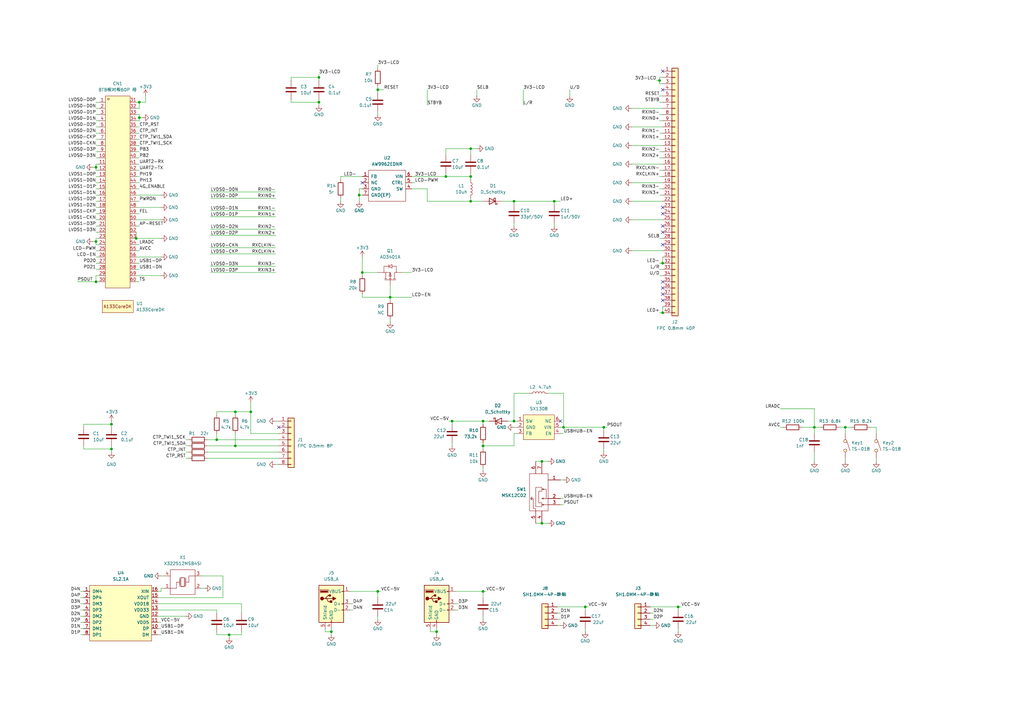
<source format=kicad_sch>
(kicad_sch (version 20211123) (generator eeschema)
  (paper "A3")
  (junction (at 346.71 175.26))
  (junction (at 93.98 260.35))
  (junction (at 179.07 259.08))
  (junction (at 39.37 115.57))
  (junction (at 193.04 60.96))
  (junction (at 55.88 97.79))
  (junction (at 210.82 172.72))
  (junction (at 182.88 72.39))
  (junction (at 130.81 31.75))
  (junction (at 334.01 175.26))
  (junction (at 271.78 128.27))
  (junction (at 45.72 173.99))
  (junction (at 198.12 172.72))
  (junction (at 57.15 48.26))
  (junction (at 278.13 248.92))
  (junction (at 88.9 180.34))
  (junction (at 102.87 168.91))
  (junction (at 210.82 82.55))
  (junction (at 193.04 82.55))
  (junction (at 154.94 36.83))
  (junction (at 96.52 182.88))
  (junction (at 45.72 184.15))
  (junction (at 227.33 82.55))
  (junction (at 240.03 248.92))
  (junction (at 247.65 175.26))
  (junction (at 222.25 189.23))
  (junction (at 96.52 168.91))
  (junction (at 185.42 172.72))
  (junction (at 39.37 68.58))
  (junction (at 130.81 41.91))
  (junction (at 270.51 33.02))
  (junction (at 193.04 72.39))
  (junction (at 147.32 80.01))
  (junction (at 154.94 242.57))
  (junction (at 148.59 111.76))
  (junction (at 222.25 214.63))
  (junction (at 231.14 175.26))
  (junction (at 198.12 182.88))
  (junction (at 57.15 41.91))
  (junction (at 39.37 99.06))
  (junction (at 135.89 259.08))
  (junction (at 271.78 107.95))
  (junction (at 160.02 121.92))
  (junction (at 198.12 242.57))
  (no_connect (at 271.78 29.21))
  (no_connect (at 271.78 92.71))
  (no_connect (at 271.78 118.11))
  (no_connect (at 271.78 120.65))
  (no_connect (at 271.78 123.19))
  (no_connect (at 271.78 115.57))
  (no_connect (at 114.3 175.26))
  (no_connect (at 271.78 100.33))
  (no_connect (at 271.78 95.25))
  (no_connect (at 148.59 74.93))
  (no_connect (at 271.78 85.09))
  (no_connect (at 271.78 87.63))
  (no_connect (at 271.78 36.83))
  (no_connect (at 229.87 172.72))
  (wire (pts (xy 259.08 52.07) (xy 271.78 52.07)))
  (wire (pts (xy 231.14 161.29) (xy 231.14 175.26)))
  (wire (pts (xy 144.78 250.19) (xy 143.51 250.19)))
  (wire (pts (xy 210.82 161.29) (xy 210.82 172.72)))
  (wire (pts (xy 55.88 92.71) (xy 57.15 92.71)))
  (wire (pts (xy 278.13 257.81) (xy 278.13 259.08)))
  (wire (pts (xy 259.08 44.45) (xy 271.78 44.45)))
  (wire (pts (xy 208.28 172.72) (xy 210.82 172.72)))
  (wire (pts (xy 160.02 121.92) (xy 160.02 123.19)))
  (wire (pts (xy 210.82 83.82) (xy 210.82 82.55)))
  (wire (pts (xy 57.15 46.99) (xy 57.15 48.26)))
  (wire (pts (xy 135.89 259.08) (xy 135.89 257.81)))
  (wire (pts (xy 88.9 170.18) (xy 88.9 168.91)))
  (wire (pts (xy 135.89 259.08) (xy 135.89 260.35)))
  (wire (pts (xy 270.51 110.49) (xy 271.78 110.49)))
  (wire (pts (xy 39.37 68.58) (xy 39.37 69.85)))
  (wire (pts (xy 39.37 90.17) (xy 40.64 90.17)))
  (wire (pts (xy 229.87 256.54) (xy 228.6 256.54)))
  (wire (pts (xy 270.51 69.85) (xy 271.78 69.85)))
  (wire (pts (xy 346.71 175.26) (xy 349.25 175.26)))
  (wire (pts (xy 271.78 31.75) (xy 270.51 31.75)))
  (wire (pts (xy 85.09 180.34) (xy 88.9 180.34)))
  (wire (pts (xy 88.9 180.34) (xy 114.3 180.34)))
  (wire (pts (xy 34.29 184.15) (xy 45.72 184.15)))
  (wire (pts (xy 64.77 247.65) (xy 99.06 247.65)))
  (wire (pts (xy 33.02 252.73) (xy 34.29 252.73)))
  (wire (pts (xy 86.36 78.74) (xy 113.03 78.74)))
  (wire (pts (xy 39.37 80.01) (xy 40.64 80.01)))
  (wire (pts (xy 55.88 44.45) (xy 57.15 44.45)))
  (wire (pts (xy 39.37 102.87) (xy 40.64 102.87)))
  (wire (pts (xy 33.02 245.11) (xy 34.29 245.11)))
  (wire (pts (xy 39.37 113.03) (xy 39.37 115.57)))
  (wire (pts (xy 210.82 182.88) (xy 210.82 177.8)))
  (wire (pts (xy 64.77 242.57) (xy 66.04 242.57)))
  (wire (pts (xy 39.37 107.95) (xy 40.64 107.95)))
  (wire (pts (xy 99.06 247.65) (xy 99.06 251.46)))
  (wire (pts (xy 86.36 96.52) (xy 113.03 96.52)))
  (wire (pts (xy 57.15 62.23) (xy 55.88 62.23)))
  (wire (pts (xy 182.88 72.39) (xy 193.04 72.39)))
  (wire (pts (xy 168.91 77.47) (xy 175.26 77.47)))
  (wire (pts (xy 229.87 254) (xy 228.6 254)))
  (wire (pts (xy 210.82 172.72) (xy 212.09 172.72)))
  (wire (pts (xy 76.2 182.88) (xy 77.47 182.88)))
  (wire (pts (xy 198.12 191.77) (xy 198.12 193.04)))
  (wire (pts (xy 270.51 62.23) (xy 271.78 62.23)))
  (wire (pts (xy 55.88 46.99) (xy 57.15 46.99)))
  (wire (pts (xy 113.03 172.72) (xy 114.3 172.72)))
  (wire (pts (xy 227.33 91.44) (xy 227.33 92.71)))
  (wire (pts (xy 86.36 88.9) (xy 113.03 88.9)))
  (wire (pts (xy 59.69 39.37) (xy 59.69 41.91)))
  (wire (pts (xy 113.03 190.5) (xy 114.3 190.5)))
  (wire (pts (xy 88.9 259.08) (xy 88.9 260.35)))
  (wire (pts (xy 102.87 168.91) (xy 102.87 177.8)))
  (wire (pts (xy 39.37 54.61) (xy 40.64 54.61)))
  (wire (pts (xy 86.36 101.6) (xy 113.03 101.6)))
  (wire (pts (xy 267.97 254) (xy 266.7 254)))
  (wire (pts (xy 39.37 115.57) (xy 40.64 115.57)))
  (wire (pts (xy 96.52 182.88) (xy 114.3 182.88)))
  (wire (pts (xy 210.82 82.55) (xy 227.33 82.55)))
  (wire (pts (xy 344.17 175.26) (xy 346.71 175.26)))
  (wire (pts (xy 148.59 111.76) (xy 154.94 111.76)))
  (wire (pts (xy 93.98 260.35) (xy 93.98 261.62)))
  (wire (pts (xy 279.4 248.92) (xy 278.13 248.92)))
  (wire (pts (xy 57.15 64.77) (xy 55.88 64.77)))
  (wire (pts (xy 96.52 168.91) (xy 102.87 168.91)))
  (wire (pts (xy 148.59 111.76) (xy 148.59 113.03)))
  (wire (pts (xy 271.78 105.41) (xy 271.78 107.95)))
  (wire (pts (xy 57.15 59.69) (xy 55.88 59.69)))
  (wire (pts (xy 179.07 259.08) (xy 179.07 260.35)))
  (wire (pts (xy 34.29 175.26) (xy 34.29 173.99)))
  (wire (pts (xy 39.37 85.09) (xy 40.64 85.09)))
  (wire (pts (xy 241.3 248.92) (xy 240.03 248.92)))
  (wire (pts (xy 270.51 33.02) (xy 270.51 34.29)))
  (wire (pts (xy 270.51 57.15) (xy 271.78 57.15)))
  (wire (pts (xy 39.37 77.47) (xy 40.64 77.47)))
  (wire (pts (xy 130.81 31.75) (xy 130.81 33.02)))
  (wire (pts (xy 270.51 34.29) (xy 271.78 34.29)))
  (wire (pts (xy 133.35 257.81) (xy 133.35 259.08)))
  (wire (pts (xy 45.72 184.15) (xy 45.72 185.42)))
  (wire (pts (xy 154.94 35.56) (xy 154.94 36.83)))
  (wire (pts (xy 267.97 251.46) (xy 266.7 251.46)))
  (wire (pts (xy 198.12 182.88) (xy 198.12 184.15)))
  (wire (pts (xy 66.04 257.81) (xy 64.77 257.81)))
  (wire (pts (xy 147.32 80.01) (xy 147.32 82.55)))
  (wire (pts (xy 39.37 69.85) (xy 40.64 69.85)))
  (wire (pts (xy 119.38 33.02) (xy 119.38 31.75)))
  (wire (pts (xy 278.13 248.92) (xy 266.7 248.92)))
  (wire (pts (xy 231.14 207.01) (xy 229.87 207.01)))
  (wire (pts (xy 57.15 48.26) (xy 58.42 48.26)))
  (wire (pts (xy 39.37 97.79) (xy 39.37 99.06)))
  (wire (pts (xy 66.04 236.22) (xy 67.31 236.22)))
  (wire (pts (xy 270.51 77.47) (xy 271.78 77.47)))
  (wire (pts (xy 193.04 72.39) (xy 193.04 73.66)))
  (wire (pts (xy 86.36 104.14) (xy 113.03 104.14)))
  (wire (pts (xy 39.37 87.63) (xy 40.64 87.63)))
  (wire (pts (xy 55.88 95.25) (xy 55.88 97.79)))
  (wire (pts (xy 33.02 242.57) (xy 34.29 242.57)))
  (wire (pts (xy 334.01 167.64) (xy 334.01 175.26)))
  (wire (pts (xy 91.44 245.11) (xy 91.44 236.22)))
  (wire (pts (xy 185.42 181.61) (xy 185.42 182.88)))
  (wire (pts (xy 148.59 120.65) (xy 148.59 121.92)))
  (wire (pts (xy 119.38 41.91) (xy 130.81 41.91)))
  (wire (pts (xy 66.04 241.3) (xy 67.31 241.3)))
  (wire (pts (xy 45.72 182.88) (xy 45.72 184.15)))
  (wire (pts (xy 57.15 100.33) (xy 55.88 100.33)))
  (wire (pts (xy 148.59 105.41) (xy 148.59 111.76)))
  (wire (pts (xy 269.24 33.02) (xy 270.51 33.02)))
  (wire (pts (xy 198.12 245.11) (xy 198.12 242.57)))
  (wire (pts (xy 57.15 107.95) (xy 55.88 107.95)))
  (wire (pts (xy 193.04 71.12) (xy 193.04 72.39)))
  (wire (pts (xy 270.51 31.75) (xy 270.51 33.02)))
  (wire (pts (xy 33.02 257.81) (xy 34.29 257.81)))
  (wire (pts (xy 229.87 196.85) (xy 231.14 196.85)))
  (wire (pts (xy 334.01 175.26) (xy 334.01 177.8)))
  (wire (pts (xy 38.1 99.06) (xy 39.37 99.06)))
  (wire (pts (xy 85.09 185.42) (xy 114.3 185.42)))
  (wire (pts (xy 154.94 36.83) (xy 157.48 36.83)))
  (wire (pts (xy 57.15 54.61) (xy 55.88 54.61)))
  (wire (pts (xy 224.79 161.29) (xy 231.14 161.29)))
  (wire (pts (xy 193.04 60.96) (xy 195.58 60.96)))
  (wire (pts (xy 346.71 187.96) (xy 346.71 189.23)))
  (wire (pts (xy 39.37 44.45) (xy 40.64 44.45)))
  (wire (pts (xy 55.88 80.01) (xy 66.04 80.01)))
  (wire (pts (xy 154.94 242.57) (xy 154.94 245.11)))
  (wire (pts (xy 57.15 110.49) (xy 55.88 110.49)))
  (wire (pts (xy 147.32 77.47) (xy 147.32 80.01)))
  (wire (pts (xy 182.88 71.12) (xy 182.88 72.39)))
  (wire (pts (xy 270.51 46.99) (xy 271.78 46.99)))
  (wire (pts (xy 320.04 175.26) (xy 321.31 175.26)))
  (wire (pts (xy 139.7 72.39) (xy 148.59 72.39)))
  (wire (pts (xy 359.41 187.96) (xy 359.41 189.23)))
  (wire (pts (xy 34.29 182.88) (xy 34.29 184.15)))
  (wire (pts (xy 154.94 252.73) (xy 154.94 254)))
  (wire (pts (xy 231.14 204.47) (xy 229.87 204.47)))
  (wire (pts (xy 57.15 77.47) (xy 55.88 77.47)))
  (wire (pts (xy 39.37 41.91) (xy 40.64 41.91)))
  (wire (pts (xy 39.37 46.99) (xy 40.64 46.99)))
  (wire (pts (xy 148.59 121.92) (xy 160.02 121.92)))
  (wire (pts (xy 102.87 165.1) (xy 102.87 168.91)))
  (wire (pts (xy 88.9 260.35) (xy 93.98 260.35)))
  (wire (pts (xy 130.81 41.91) (xy 130.81 43.18)))
  (wire (pts (xy 130.81 30.48) (xy 130.81 31.75)))
  (wire (pts (xy 198.12 182.88) (xy 210.82 182.88)))
  (wire (pts (xy 198.12 172.72) (xy 200.66 172.72)))
  (wire (pts (xy 119.38 31.75) (xy 130.81 31.75)))
  (wire (pts (xy 259.08 90.17) (xy 271.78 90.17)))
  (wire (pts (xy 57.15 67.31) (xy 55.88 67.31)))
  (wire (pts (xy 259.08 82.55) (xy 271.78 82.55)))
  (wire (pts (xy 86.36 109.22) (xy 113.03 109.22)))
  (wire (pts (xy 198.12 252.73) (xy 198.12 254)))
  (wire (pts (xy 229.87 251.46) (xy 228.6 251.46)))
  (wire (pts (xy 33.02 250.19) (xy 34.29 250.19)))
  (wire (pts (xy 187.96 250.19) (xy 186.69 250.19)))
  (wire (pts (xy 247.65 176.53) (xy 247.65 175.26)))
  (wire (pts (xy 219.71 214.63) (xy 222.25 214.63)))
  (wire (pts (xy 222.25 214.63) (xy 224.79 214.63)))
  (wire (pts (xy 270.51 72.39) (xy 271.78 72.39)))
  (wire (pts (xy 66.04 242.57) (xy 66.04 241.3)))
  (wire (pts (xy 66.04 113.03) (xy 55.88 113.03)))
  (wire (pts (xy 57.15 41.91) (xy 57.15 44.45)))
  (wire (pts (xy 271.78 125.73) (xy 271.78 128.27)))
  (wire (pts (xy 55.88 97.79) (xy 66.04 97.79)))
  (wire (pts (xy 64.77 245.11) (xy 91.44 245.11)))
  (wire (pts (xy 130.81 40.64) (xy 130.81 41.91)))
  (wire (pts (xy 39.37 99.06) (xy 39.37 100.33)))
  (wire (pts (xy 179.07 257.81) (xy 179.07 259.08)))
  (wire (pts (xy 217.17 161.29) (xy 210.82 161.29)))
  (wire (pts (xy 154.94 46.99) (xy 154.94 45.72)))
  (wire (pts (xy 40.64 113.03) (xy 39.37 113.03)))
  (wire (pts (xy 231.14 177.8) (xy 229.87 177.8)))
  (wire (pts (xy 86.36 111.76) (xy 113.03 111.76)))
  (wire (pts (xy 85.09 182.88) (xy 96.52 182.88)))
  (wire (pts (xy 39.37 82.55) (xy 40.64 82.55)))
  (wire (pts (xy 240.03 257.81) (xy 240.03 259.08)))
  (wire (pts (xy 99.06 260.35) (xy 99.06 259.08)))
  (wire (pts (xy 198.12 242.57) (xy 186.69 242.57)))
  (wire (pts (xy 57.15 102.87) (xy 55.88 102.87)))
  (wire (pts (xy 227.33 83.82) (xy 227.33 82.55)))
  (wire (pts (xy 270.51 39.37) (xy 271.78 39.37)))
  (wire (pts (xy 88.9 168.91) (xy 96.52 168.91)))
  (wire (pts (xy 39.37 95.25) (xy 40.64 95.25)))
  (wire (pts (xy 57.15 48.26) (xy 57.15 49.53)))
  (wire (pts (xy 96.52 168.91) (xy 96.52 170.18)))
  (wire (pts (xy 31.75 115.57) (xy 39.37 115.57)))
  (wire (pts (xy 91.44 236.22) (xy 82.55 236.22)))
  (wire (pts (xy 168.91 111.76) (xy 165.1 111.76)))
  (wire (pts (xy 86.36 93.98) (xy 113.03 93.98)))
  (wire (pts (xy 193.04 82.55) (xy 198.12 82.55)))
  (wire (pts (xy 59.69 41.91) (xy 57.15 41.91)))
  (wire (pts (xy 176.53 257.81) (xy 176.53 259.08)))
  (wire (pts (xy 66.04 105.41) (xy 55.88 105.41)))
  (wire (pts (xy 39.37 110.49) (xy 40.64 110.49)))
  (wire (pts (xy 359.41 175.26) (xy 359.41 177.8)))
  (wire (pts (xy 193.04 82.55) (xy 193.04 81.28)))
  (wire (pts (xy 198.12 181.61) (xy 198.12 182.88)))
  (wire (pts (xy 334.01 175.26) (xy 336.55 175.26)))
  (wire (pts (xy 175.26 36.83) (xy 175.26 43.18)))
  (wire (pts (xy 356.87 175.26) (xy 359.41 175.26)))
  (wire (pts (xy 55.88 87.63) (xy 57.15 87.63)))
  (wire (pts (xy 57.15 69.85) (xy 55.88 69.85)))
  (wire (pts (xy 154.94 26.67) (xy 154.94 27.94)))
  (wire (pts (xy 156.21 242.57) (xy 154.94 242.57)))
  (wire (pts (xy 270.51 113.03) (xy 271.78 113.03)))
  (wire (pts (xy 270.51 97.79) (xy 271.78 97.79)))
  (wire (pts (xy 40.64 97.79) (xy 39.37 97.79)))
  (wire (pts (xy 57.15 57.15) (xy 55.88 57.15)))
  (wire (pts (xy 259.08 74.93) (xy 271.78 74.93)))
  (wire (pts (xy 39.37 67.31) (xy 39.37 68.58)))
  (wire (pts (xy 139.7 81.28) (xy 139.7 82.55)))
  (wire (pts (xy 148.59 77.47) (xy 147.32 77.47)))
  (wire (pts (xy 270.51 64.77) (xy 271.78 64.77)))
  (wire (pts (xy 88.9 177.8) (xy 88.9 180.34)))
  (wire (pts (xy 102.87 177.8) (xy 114.3 177.8)))
  (wire (pts (xy 144.78 247.65) (xy 143.51 247.65)))
  (wire (pts (xy 195.58 36.83) (xy 195.58 39.37)))
  (wire (pts (xy 187.96 247.65) (xy 186.69 247.65)))
  (wire (pts (xy 88.9 250.19) (xy 88.9 251.46)))
  (wire (pts (xy 270.51 41.91) (xy 271.78 41.91)))
  (wire (pts (xy 40.64 67.31) (xy 39.37 67.31)))
  (wire (pts (xy 96.52 177.8) (xy 96.52 182.88)))
  (wire (pts (xy 210.82 175.26) (xy 212.09 175.26)))
  (wire (pts (xy 64.77 252.73) (xy 76.2 252.73)))
  (wire (pts (xy 185.42 172.72) (xy 185.42 173.99)))
  (wire (pts (xy 133.35 259.08) (xy 135.89 259.08)))
  (wire (pts (xy 76.2 185.42) (xy 77.47 185.42)))
  (wire (pts (xy 119.38 40.64) (xy 119.38 41.91)))
  (wire (pts (xy 82.55 241.3) (xy 83.82 241.3)))
  (wire (pts (xy 39.37 52.07) (xy 40.64 52.07)))
  (wire (pts (xy 175.26 77.47) (xy 175.26 82.55)))
  (wire (pts (xy 210.82 177.8) (xy 212.09 177.8)))
  (wire (pts (xy 39.37 105.41) (xy 40.64 105.41)))
  (wire (pts (xy 39.37 100.33) (xy 40.64 100.33)))
  (wire (pts (xy 233.68 36.83) (xy 233.68 39.37)))
  (wire (pts (xy 55.88 82.55) (xy 57.15 82.55)))
  (wire (pts (xy 270.51 54.61) (xy 271.78 54.61)))
  (wire (pts (xy 259.08 102.87) (xy 271.78 102.87)))
  (wire (pts (xy 57.15 41.91) (xy 55.88 41.91)))
  (wire (pts (xy 93.98 260.35) (xy 99.06 260.35)))
  (wire (pts (xy 57.15 72.39) (xy 55.88 72.39)))
  (wire (pts (xy 154.94 242.57) (xy 143.51 242.57)))
  (wire (pts (xy 55.88 85.09) (xy 66.04 85.09)))
  (wire (pts (xy 184.15 172.72) (xy 185.42 172.72)))
  (wire (pts (xy 57.15 74.93) (xy 55.88 74.93)))
  (wire (pts (xy 33.02 247.65) (xy 34.29 247.65)))
  (wire (pts (xy 38.1 68.58) (xy 39.37 68.58)))
  (wire (pts (xy 85.09 187.96) (xy 114.3 187.96)))
  (wire (pts (xy 39.37 64.77) (xy 40.64 64.77)))
  (wire (pts (xy 222.25 189.23) (xy 224.79 189.23)))
  (wire (pts (xy 160.02 121.92) (xy 160.02 116.84)))
  (wire (pts (xy 148.59 80.01) (xy 147.32 80.01)))
  (wire (pts (xy 270.51 80.01) (xy 271.78 80.01)))
  (wire (pts (xy 278.13 248.92) (xy 278.13 250.19)))
  (wire (pts (xy 86.36 81.28) (xy 113.03 81.28)))
  (wire (pts (xy 34.29 173.99) (xy 45.72 173.99)))
  (wire (pts (xy 39.37 74.93) (xy 40.64 74.93)))
  (wire (pts (xy 39.37 62.23) (xy 40.64 62.23)))
  (wire (pts (xy 320.04 167.64) (xy 334.01 167.64)))
  (wire (pts (xy 39.37 92.71) (xy 40.64 92.71)))
  (wire (pts (xy 39.37 59.69) (xy 40.64 59.69)))
  (wire (pts (xy 185.42 172.72) (xy 198.12 172.72)))
  (wire (pts (xy 259.08 67.31) (xy 271.78 67.31)))
  (wire (pts (xy 45.72 173.99) (xy 45.72 175.26)))
  (wire (pts (xy 160.02 130.81) (xy 160.02 132.08)))
  (wire (pts (xy 334.01 185.42) (xy 334.01 189.23)))
  (wire (pts (xy 214.63 36.83) (xy 214.63 43.18)))
  (wire (pts (xy 198.12 242.57) (xy 199.39 242.57)))
  (wire (pts (xy 248.92 175.26) (xy 247.65 175.26)))
  (wire (pts (xy 45.72 172.72) (xy 45.72 173.99)))
  (wire (pts (xy 176.53 259.08) (xy 179.07 259.08)))
  (wire (pts (xy 66.04 255.27) (xy 64.77 255.27)))
  (wire (pts (xy 86.36 86.36) (xy 113.03 86.36)))
  (wire (pts (xy 39.37 72.39) (xy 40.64 72.39)))
  (wire (pts (xy 328.93 175.26) (xy 334.01 175.26)))
  (wire (pts (xy 240.03 248.92) (xy 240.03 250.19)))
  (wire (pts (xy 39.37 49.53) (xy 40.64 49.53)))
  (wire (pts (xy 64.77 250.19) (xy 88.9 250.19)))
  (wire (pts (xy 182.88 60.96) (xy 193.04 60.96)))
  (wire (pts (xy 193.04 63.5) (xy 193.04 60.96)))
  (wire (pts (xy 219.71 189.23) (xy 222.25 189.23)))
  (wire (pts (xy 270.51 107.95) (xy 271.78 107.95)))
  (wire (pts (xy 227.33 82.55) (xy 229.87 82.55)))
  (wire (pts (xy 205.74 82.55) (xy 210.82 82.55)))
  (wire (pts (xy 259.08 59.69) (xy 271.78 59.69)))
  (wire (pts (xy 55.88 49.53) (xy 57.15 49.53)))
  (wire (pts (xy 139.7 73.66) (xy 139.7 72.39)))
  (wire (pts (xy 33.02 255.27) (xy 34.29 255.27)))
  (wire (pts (xy 198.12 173.99) (xy 198.12 172.72)))
  (wire (pts (xy 66.04 260.35) (xy 64.77 260.35)))
  (wire (pts (xy 231.14 175.26) (xy 229.87 175.26)))
  (wire (pts (xy 240.03 248.92) (xy 228.6 248.92)))
  (wire (pts (xy 247.65 185.42) (xy 247.65 184.15)))
  (wire (pts (xy 175.26 82.55) (xy 193.04 82.55)))
  (wire (pts (xy 57.15 115.57) (xy 55.88 115.57)))
  (wire (pts (xy 55.88 90.17) (xy 66.04 90.17)))
  (wire (pts (xy 270.51 49.53) (xy 271.78 49.53)))
  (wire (pts (xy 182.88 63.5) (xy 182.88 60.96)))
  (wire (pts (xy 39.37 57.15) (xy 40.64 57.15)))
  (wire (pts (xy 270.51 128.27) (xy 271.78 128.27)))
  (wire (pts (xy 154.94 36.83) (xy 154.94 38.1)))
  (wire (pts (xy 57.15 52.07) (xy 55.88 52.07)))
  (wire (pts (xy 168.91 72.39) (xy 182.88 72.39)))
  (wire (pts (xy 170.18 74.93) (xy 168.91 74.93)))
  (wire (pts (xy 76.2 187.96) (xy 77.47 187.96)))
  (wire (pts (xy 160.02 121.92) (xy 168.91 121.92)))
  (wire (pts (xy 210.82 92.71) (xy 210.82 91.44)))
  (wire (pts (xy 33.02 260.35) (xy 34.29 260.35)))
  (wire (pts (xy 346.71 175.26) (xy 346.71 177.8)))
  (wire (pts (xy 76.2 180.34) (xy 77.47 180.34)))
  (wire (pts (xy 247.65 175.26) (xy 231.14 175.26)))
  (wire (pts (xy 267.97 256.54) (xy 266.7 256.54)))
  (label "VCC-5V" (at 241.3 248.92 0))
  (label "PD20" (at 39.37 107.95 180))
  (label "D4N" (at 33.02 242.57 180))
  (label "LVDS0-CKP" (at 86.36 104.14 0))
  (label "LED-" (at 270.51 107.95 180))
  (label "RXIN3+" (at 113.03 111.76 180))
  (label "RXIN0-" (at 113.03 78.74 180))
  (label "SELB" (at 270.51 97.79 180))
  (label "CTP_RST" (at 57.15 52.07 0))
  (label "RXIN1+" (at 270.51 57.15 180))
  (label "PWRON" (at 57.15 82.55 0))
  (label "CTP_TWI1_SDA" (at 57.15 57.15 0))
  (label "3V3-LCD" (at 214.63 36.83 0))
  (label "AVCC" (at 320.04 175.26 180))
  (label "LVDS0-D0N" (at 39.37 44.45 180))
  (label "USBHUB-EN" (at 231.14 204.47 0))
  (label "VCC-5V" (at 184.15 172.72 180))
  (label "LVDS0-D3P" (at 86.36 111.76 0))
  (label "LCD-EN" (at 168.91 121.92 0))
  (label "D4P" (at 33.02 245.11 180))
  (label "RXIN1+" (at 113.03 88.9 180))
  (label "3V3-LCD" (at 269.24 33.02 180))
  (label "RXCLKIN-" (at 113.03 101.6 180))
  (label "UART2-RX" (at 57.15 67.31 0))
  (label "RXIN0-" (at 270.51 46.99 180))
  (label "D3N" (at 33.02 247.65 180))
  (label "LVDS0-D2P" (at 86.36 96.52 0))
  (label "USB1-DN" (at 57.15 110.49 0))
  (label "LVDS1-D1P" (at 39.37 77.47 180))
  (label "LVDS0-CKN" (at 86.36 101.6 0))
  (label "LVDS1-CKP" (at 39.37 87.63 180))
  (label "LVDS0-D1P" (at 86.36 88.9 0))
  (label "RXCLKIN+" (at 270.51 72.39 180))
  (label "STBYB" (at 175.26 43.18 0))
  (label "RXIN2+" (at 113.03 96.52 180))
  (label "D3N" (at 187.96 250.19 0))
  (label "CTP_TWI1_SCK" (at 57.15 59.69 0))
  (label "D4N" (at 144.78 250.19 0))
  (label "FEL" (at 57.15 87.63 0))
  (label "LVDS1-D2P" (at 39.37 82.55 180))
  (label "LVDS1-D3N" (at 39.37 95.25 180))
  (label "L{slash}R" (at 214.63 43.18 0))
  (label "LVDS0-D3N" (at 39.37 64.77 180))
  (label "L{slash}R" (at 270.51 110.49 180))
  (label "D2P" (at 267.97 254 0))
  (label "AP-RESET" (at 57.15 92.71 0))
  (label "LVDS1-D2N" (at 39.37 85.09 180))
  (label "STBYB" (at 270.51 41.91 180))
  (label "PSOUT" (at 31.75 115.57 0))
  (label "D4P" (at 144.78 247.65 0))
  (label "D3P" (at 187.96 247.65 0))
  (label "3V3-LCD" (at 170.18 72.39 0))
  (label "LVDS0-D2N" (at 39.37 54.61 180))
  (label "LCD-PWM" (at 170.18 74.93 0))
  (label "D2N" (at 33.02 252.73 180))
  (label "LED-" (at 140.97 72.39 0))
  (label "LVDS0-D2P" (at 39.37 52.07 180))
  (label "VCC-5V" (at 156.21 242.57 0))
  (label "CTP_INT" (at 57.15 54.61 0))
  (label "USB1-DP" (at 57.15 107.95 0))
  (label "RXIN2+" (at 270.51 64.77 180))
  (label "D1P" (at 33.02 260.35 180))
  (label "RXIN0+" (at 113.03 81.28 180))
  (label "TS" (at 57.15 115.57 0))
  (label "LVDS1-D0P" (at 39.37 72.39 180))
  (label "CTP_RST" (at 76.2 187.96 180))
  (label "LRADC" (at 320.04 167.64 180))
  (label "PSOUT" (at 248.92 175.26 0))
  (label "LVDS1-D1N" (at 39.37 80.01 180))
  (label "LVDS0-D1P" (at 39.37 46.99 180))
  (label "D2P" (at 33.02 255.27 180))
  (label "LVDS0-D0N" (at 86.36 78.74 0))
  (label "LVDS0-D1N" (at 39.37 49.53 180))
  (label "PH13" (at 57.15 74.93 0))
  (label "D1N" (at 229.87 251.46 0))
  (label "USB1-DP" (at 66.04 257.81 0))
  (label "AVCC" (at 57.15 102.87 0))
  (label "RESET" (at 157.48 36.83 0))
  (label "RXCLKIN-" (at 270.51 69.85 180))
  (label "RXIN2-" (at 113.03 93.98 180))
  (label "LVDS0-D2N" (at 86.36 93.98 0))
  (label "LVDS1-D0N" (at 39.37 74.93 180))
  (label "LVDS0-D3P" (at 39.37 62.23 180))
  (label "PD21" (at 39.37 110.49 180))
  (label "U{slash}D" (at 270.51 113.03 180))
  (label "PB3" (at 57.15 62.23 0))
  (label "LRADC" (at 57.15 100.33 0))
  (label "USB1-DN" (at 66.04 260.35 0))
  (label "D3P" (at 33.02 250.19 180))
  (label "PB2" (at 57.15 64.77 0))
  (label "LCD-EN" (at 39.37 105.41 180))
  (label "LVDS0-CKP" (at 39.37 57.15 180))
  (label "RXIN1-" (at 270.51 54.61 180))
  (label "RESET" (at 270.51 39.37 180))
  (label "3V3-LCD" (at 168.91 111.76 0))
  (label "PSOUT" (at 231.14 207.01 0))
  (label "LED+" (at 229.87 82.55 0))
  (label "LVDS1-D3P" (at 39.37 92.71 180))
  (label "LVDS0-D3N" (at 86.36 109.22 0))
  (label "LVDS0-CKN" (at 39.37 59.69 180))
  (label "4G_ENABLE" (at 57.15 77.47 0))
  (label "VCC-5V" (at 199.39 242.57 0))
  (label "UART2-TX" (at 57.15 69.85 0))
  (label "SELB" (at 195.58 36.83 0))
  (label "CTP_INT" (at 76.2 185.42 180))
  (label "3V3-LCD" (at 154.94 26.67 0))
  (label "D1N" (at 33.02 257.81 180))
  (label "VCC-5V" (at 66.04 255.27 0))
  (label "CTP_TWI1_SDA" (at 76.2 182.88 180))
  (label "RXIN1-" (at 113.03 86.36 180))
  (label "LVDS0-D0P" (at 39.37 41.91 180))
  (label "U{slash}D" (at 233.68 36.83 0))
  (label "RXIN2-" (at 270.51 62.23 180))
  (label "RXCLKIN+" (at 113.03 104.14 180))
  (label "RXIN0+" (at 270.51 49.53 180))
  (label "RXIN3-" (at 270.51 77.47 180))
  (label "PH19" (at 57.15 72.39 0))
  (label "LCD-PWM" (at 39.37 102.87 180))
  (label "VCC-5V" (at 279.4 248.92 0))
  (label "D2N" (at 267.97 251.46 0))
  (label "USBHUB-EN" (at 231.14 177.8 0))
  (label "D1P" (at 229.87 254 0))
  (label "RXIN3+" (at 270.51 80.01 180))
  (label "CTP_TWI1_SCK" (at 76.2 180.34 180))
  (label "3V3-LCD" (at 175.26 36.83 0))
  (label "LVDS0-D1N" (at 86.36 86.36 0))
  (label "RXIN3-" (at 113.03 109.22 180))
  (label "LED+" (at 270.51 128.27 180))
  (label "3V3-LCD" (at 130.81 30.48 0))
  (label "LVDS1-CKN" (at 39.37 90.17 180))
  (label "LVDS0-D0P" (at 86.36 81.28 0))
  (symbol (lib_id "power:GND") (at 58.42 48.26 90) (unit 1)
    (property "Reference" "#PWR0110" (effects hide))
    (property "Value" "GND" (at 63.5 48.26 90))
  )
  (symbol (lib_id "power:GND") (at 66.04 80.01 90) (unit 1)
    (property "Reference" "#PWR0107" (effects hide))
    (property "Value" "GND" (at 71.12 80.01 90))
  )
  (symbol (lib_id "Device:C") (at 119.38 36.83 0) (unit 1)
    (property "Reference" "C3" (at 123.19 35.5599 0) (effects (justify left)))
    (property "Value" "10uf" (at 123.19 38.0999 0) (effects (justify left)))
    (property "Footprint" "Capacitor_SMD:C_0402_1005Metric" (effects hide))
  )
  (symbol (lib_id "power:GND") (at 334.01 189.23 0) (unit 1)
    (property "Reference" "#PWR0153" (effects hide))
    (property "Value" "GND" (at 334.01 193.04 0))
  )
  (symbol (lib_id "Device:C") (at 193.04 67.31 0) (unit 1)
    (property "Reference" "C8" (at 195.58 66.04 0) (effects (justify left)))
    (property "Value" "0.1uf" (at 195.58 68.58 0) (effects (justify left)))
    (property "Footprint" "Capacitor_SMD:C_0402_1005Metric" (effects hide))
  )
  (symbol (lib_id "power:GND") (at 198.12 254 0) (unit 1)
    (property "Reference" "#PWR0148" (effects hide))
    (property "Value" "GND" (at 198.12 257.81 0))
  )
  (symbol (lib_id "power:GND") (at 66.04 85.09 90) (unit 1)
    (property "Reference" "#PWR0108" (effects hide))
    (property "Value" "GND" (at 71.12 85.09 90))
  )
  (symbol (lib_id "Connector_Generic:Conn_01x40") (at 276.86 77.47 0) (unit 1)
    (property "Reference" "J2" (at 275.59 132.08 0) (effects (justify left)))
    (property "Value" "FPC 0.8mm 40P" (at 269.24 134.62 0) (effects (justify left)))
    (property "Footprint" "Connector_FFC-FPC:TE_4-1734839-0_1x40-1MP_P0.5mm_Horizontal" (effects hide))
  )
  (symbol (lib_id "power:GND") (at 359.41 189.23 0) (unit 1)
    (property "Reference" "#PWR0136" (effects hide))
    (property "Value" "GND" (at 359.41 193.04 0))
  )
  (symbol (lib_id "Device:R") (at 198.12 187.96 0) (unit 1)
    (property "Reference" "R11" (at 194.31 186.69 0))
    (property "Value" "10k" (at 194.31 189.23 0))
    (property "Footprint" "Resistor_SMD:R_0402_1005Metric" (effects hide))
  )
  (symbol (lib_id "power:GND") (at 278.13 259.08 0) (mirror y) (unit 1)
    (property "Reference" "#PWR0152" (effects hide))
    (property "Value" "GND" (at 278.13 262.89 0))
  )
  (symbol (lib_id "MySymbols:X322512MSB4SI") (at 74.93 238.76 0) (unit 1)
    (property "Reference" "X1" (at 74.93 228.6 0))
    (property "Value" "X322512MSB4SI" (at 74.93 231.14 0))
    (property "Footprint" "MyFootprints:OSC-SMD_4P-L3.2-W2.5-BL" (effects hide))
    (property "Datasheet" "https://atta.szlcsc.com/upload/public/pdf/source/20210329/C112971_1F611BDC486E193C1706F6D8EB5AA189.pdf" (effects hide))
    (property "SuppliersPartNumber" "C9002" (effects hide))
    (property "uuid" "pro:28360da6d71d41e9bf504af09bacafb8" (effects hide))
  )
  (symbol (lib_id "power:GND") (at 227.33 92.71 0) (unit 1)
    (property "Reference" "#PWR0127" (effects hide))
    (property "Value" "GND" (at 227.33 96.52 0))
  )
  (symbol (lib_id "Device:L") (at 220.98 161.29 90) (unit 1)
    (property "Reference" "L2" (at 218.44 158.75 90))
    (property "Value" "4.7uh" (at 223.52 158.75 90))
    (property "Footprint" "MyFootprints:CD32贴片电感-IND-SMD_L3.5-W3.0" (effects hide))
  )
  (symbol (lib_id "power:+3V3") (at 45.72 172.72 0) (unit 1)
    (property "Reference" "#PWR0122" (effects hide))
    (property "Value" "+3V3" (at 45.72 168.91 0))
  )
  (symbol (lib_id "MySymbols:SX1308") (at 220.98 175.26 0) (unit 1)
    (property "Reference" "U3" (at 220.98 165.1 0))
    (property "Value" "SX1308" (at 220.98 167.64 0))
    (property "Footprint" "Package_TO_SOT_SMD:SOT-23-6" (effects hide))
    (property "Datasheet" "https://atta.szlcsc.com/upload/public/pdf/source/20160920/1474356679185.pdf" (effects hide))
    (property "SuppliersPartNumber" "C78162" (effects hide))
    (property "uuid" "pro:b03f1da6769f4fa381a8587a487b6eb9" (effects hide))
  )
  (symbol (lib_id "Device:C") (at 154.94 41.91 0) (unit 1)
    (property "Reference" "C5" (at 149.86 40.64 0) (effects (justify left)))
    (property "Value" "0.1uf" (at 147.32 43.18 0) (effects (justify left)))
    (property "Footprint" "Capacitor_SMD:C_0402_1005Metric" (effects hide))
  )
  (symbol (lib_id "power:GND") (at 83.82 241.3 90) (unit 1)
    (property "Reference" "#PWR0144" (effects hide))
    (property "Value" "GND" (at 88.9 241.3 90))
  )
  (symbol (lib_id "power:+3V3") (at 102.87 165.1 0) (unit 1)
    (property "Reference" "#PWR0113" (effects hide))
    (property "Value" "+3V3" (at 102.87 161.29 0))
  )
  (symbol (lib_id "Device:C") (at 88.9 255.27 0) (unit 1)
    (property "Reference" "C6" (at 91.44 254 0) (effects (justify left)))
    (property "Value" "10uf" (at 91.44 256.54 0) (effects (justify left)))
    (property "Footprint" "Capacitor_SMD:C_0402_1005Metric" (effects hide))
  )
  (symbol (lib_id "Device:R") (at 96.52 173.99 0) (unit 1)
    (property "Reference" "R6" (at 100.33 172.72 0))
    (property "Value" "4.7k" (at 100.33 175.26 0))
    (property "Footprint" "Resistor_SMD:R_0402_1005Metric" (effects hide))
  )
  (symbol (lib_id "Device:C") (at 99.06 255.27 0) (unit 1)
    (property "Reference" "C9" (at 101.6 254 0) (effects (justify left)))
    (property "Value" "10uf" (at 101.6 256.54 0) (effects (justify left)))
    (property "Footprint" "Capacitor_SMD:C_0402_1005Metric" (effects hide))
  )
  (symbol (lib_id "Device:C") (at 247.65 180.34 0) (unit 1)
    (property "Reference" "C13" (at 250.19 179.07 0) (effects (justify left)))
    (property "Value" "22uf" (at 250.19 181.61 0) (effects (justify left)))
    (property "Footprint" "Capacitor_SMD:C_0603_1608Metric" (effects hide))
  )
  (symbol (lib_id "power:GND") (at 135.89 260.35 0) (unit 1)
    (property "Reference" "#PWR0145" (effects hide))
    (property "Value" "GND" (at 135.89 264.16 0))
  )
  (symbol (lib_id "power:+3V3") (at 148.59 105.41 0) (unit 1)
    (property "Reference" "#PWR0131" (effects hide))
    (property "Value" "+3V3" (at 148.59 101.6 0))
  )
  (symbol (lib_id "MySymbols:BTB板对板60P 母") (at 48.26 78.74 0) (unit 1)
    (property "Reference" "CN1" (at 48.26 34.29 0))
    (property "Value" "BTB板对板60P 母" (at 48.26 36.83 0))
    (property "Footprint" "MyFootprints:BTB板对板60P 母" (effects hide))
    (property "Datasheet" "https://atta.szlcsc.com/upload/public/pdf/source/20211215/964657FDD52AC7AD7BD4D76A79F09038.pdf" (effects hide))
    (property "SuppliersPartNumber" "C2925332" (effects hide))
    (property "uuid" "pro:1285791dbbfe4f4b93ccfc7ec37fca0a" (effects hide))
  )
  (symbol (lib_id "power:GND") (at 259.08 44.45 270) (unit 1)
    (property "Reference" "#PWR0118" (effects hide))
    (property "Value" "GND" (at 255.27 44.45 90) (effects (justify right)))
  )
  (symbol (lib_id "Device:C") (at 210.82 87.63 0) (unit 1)
    (property "Reference" "C10" (at 213.36 86.36 0) (effects (justify left)))
    (property "Value" "33pf/50V" (at 213.36 88.9 0) (effects (justify left)))
    (property "Footprint" "Capacitor_SMD:C_0603_1608Metric" (effects hide))
  )
  (symbol (lib_id "power:GND") (at 154.94 46.99 0) (unit 1)
    (property "Reference" "#PWR0133" (effects hide))
    (property "Value" "GND" (at 154.94 50.8 0))
  )
  (symbol (lib_id "Device:D_Schottky") (at 201.93 82.55 180) (unit 1)
    (property "Reference" "D1" (at 202.2475 76.2 0))
    (property "Value" "D_Schottky" (at 202.2475 78.74 0))
    (property "Footprint" "Diode_SMD:D_SOD-123" (effects hide))
  )
  (symbol (lib_id "power:GND") (at 113.03 172.72 270) (unit 1)
    (property "Reference" "#PWR0111" (effects hide))
    (property "Value" "GND" (at 109.22 172.72 90) (effects (justify right)))
  )
  (symbol (lib_id "MySymbols:AW9962EDNR") (at 158.75 74.93 0) (unit 1)
    (property "Reference" "U2" (at 158.75 64.77 0))
    (property "Value" "AW9962EDNR" (at 158.75 67.31 0))
    (property "Footprint" "MyFootprints:TDFN-6_L2.0-W2.0-P0.65-BL-EP" (effects hide))
    (property "Datasheet" "https://atta.szlcsc.com/upload/public/pdf/source/20190701/C401004_7AC10A0310DBEF22C0CD7B311D42065D.pdf" (effects hide))
    (property "SuppliersPartNumber" "C401004" (effects hide))
    (property "uuid" "pro:5c31dbe9c65242c496e4f1d4830e7543" (effects hide))
  )
  (symbol (lib_id "Device:C") (at 45.72 179.07 0) (unit 1)
    (property "Reference" "C2" (at 49.53 177.7999 0) (effects (justify left)))
    (property "Value" "0.1uf" (at 49.53 180.3399 0) (effects (justify left)))
    (property "Footprint" "Capacitor_SMD:C_0402_1005Metric" (effects hide))
  )
  (symbol (lib_id "power:GND") (at 130.81 43.18 0) (unit 1)
    (property "Reference" "#PWR0135" (effects hide))
    (property "Value" "GND" (at 130.81 46.99 0))
  )
  (symbol (lib_id "power:GND") (at 346.71 189.23 0) (unit 1)
    (property "Reference" "#PWR0154" (effects hide))
    (property "Value" "GND" (at 346.71 193.04 0))
  )
  (symbol (lib_id "power:GND") (at 93.98 261.62 0) (unit 1)
    (property "Reference" "#PWR0141" (effects hide))
    (property "Value" "GND" (at 93.98 265.43 0))
  )
  (symbol (lib_id "power:GND") (at 259.08 102.87 270) (unit 1)
    (property "Reference" "#PWR0114" (effects hide))
    (property "Value" "GND" (at 255.27 102.87 90) (effects (justify right)))
  )
  (symbol (lib_id "power:GND") (at 259.08 52.07 270) (unit 1)
    (property "Reference" "#PWR0121" (effects hide))
    (property "Value" "GND" (at 255.27 52.07 90) (effects (justify right)))
  )
  (symbol (lib_id "Connector:USB_A") (at 179.07 247.65 0) (unit 1)
    (property "Reference" "J4" (at 179.07 234.95 0))
    (property "Value" "USB_A" (at 179.07 237.49 0))
    (property "Footprint" "MyFootprints:USB-A-SMD_FUS270-FSBW5K" (effects hide))
    (property "Datasheet" " ~" (effects hide))
  )
  (symbol (lib_id "Device:L") (at 193.04 77.47 0) (unit 1)
    (property "Reference" "L1" (at 189.23 76.2 0))
    (property "Value" "10uh" (at 189.23 78.74 0))
    (property "Footprint" "MyFootprints:CD32贴片电感-IND-SMD_L3.5-W3.0" (effects hide))
  )
  (symbol (lib_id "Device:R") (at 160.02 127 0) (unit 1)
    (property "Reference" "R9" (at 156.21 125.73 0))
    (property "Value" "NC" (at 156.21 128.27 0))
    (property "Footprint" "Resistor_SMD:R_0402_1005Metric" (effects hide))
  )
  (symbol (lib_id "Device:R") (at 81.28 187.96 270) (unit 1)
    (property "Reference" "R4" (effects hide))
    (property "Value" "22r" (effects hide))
    (property "Footprint" "Resistor_SMD:R_0402_1005Metric" (effects hide))
  )
  (symbol (lib_id "power:GND") (at 66.04 90.17 90) (unit 1)
    (property "Reference" "#PWR0106" (effects hide))
    (property "Value" "GND" (at 71.12 90.17 90))
  )
  (symbol (lib_id "Device:R") (at 81.28 185.42 270) (unit 1)
    (property "Reference" "R3" (effects hide))
    (property "Value" "22r" (effects hide))
    (property "Footprint" "Resistor_SMD:R_0402_1005Metric" (effects hide))
  )
  (symbol (lib_id "MySymbols:A133CoreDK") (at 48.26 125.73 0) (unit 1)
    (property "Reference" "U1" (at 55.88 124.46 0) (effects (justify left)))
    (property "Value" "A133CoreDK" (at 55.88 127 0) (effects (justify left)))
    (property "Footprint" "MyFootprints:A133CoreDK" (effects hide))
  )
  (symbol (lib_id "power:GND") (at 210.82 92.71 0) (unit 1)
    (property "Reference" "#PWR0130" (effects hide))
    (property "Value" "GND" (at 210.82 96.52 0))
  )
  (symbol (lib_id "Device:C") (at 227.33 87.63 0) (unit 1)
    (property "Reference" "C11" (at 229.87 86.36 0) (effects (justify left)))
    (property "Value" "1uf/50V" (at 229.87 88.9 0) (effects (justify left)))
    (property "Footprint" "Capacitor_SMD:C_0603_1608Metric" (effects hide))
  )
  (symbol (lib_id "Device:R") (at 198.12 177.8 0) (unit 1)
    (property "Reference" "R10" (at 194.31 176.53 0))
    (property "Value" "73.2k" (at 193.04 179.07 0))
    (property "Footprint" "Resistor_SMD:R_0402_1005Metric" (effects hide))
  )
  (symbol (lib_id "Device:R") (at 81.28 180.34 270) (unit 1)
    (property "Reference" "R1" (at 78.74 177.8 90))
    (property "Value" "22r" (at 83.82 177.8 90))
    (property "Footprint" "Resistor_SMD:R_0402_1005Metric" (effects hide))
  )
  (symbol (lib_id "Connector_Generic:Conn_01x08") (at 119.38 180.34 0) (unit 1)
    (property "Reference" "J1" (at 121.92 180.3399 0) (effects (justify left)))
    (property "Value" "FPC 0.5mm 8P" (at 121.92 182.8799 0) (effects (justify left)))
    (property "Footprint" "Connector_FFC-FPC:TE_0-1734839-8_1x08-1MP_P0.5mm_Horizontal" (effects hide))
  )
  (symbol (lib_id "power:GND") (at 259.08 59.69 270) (unit 1)
    (property "Reference" "#PWR0119" (effects hide))
    (property "Value" "GND" (at 255.27 59.69 90) (effects (justify right)))
  )
  (symbol (lib_id "Device:C") (at 185.42 177.8 0) (unit 1)
    (property "Reference" "C12" (at 179.07 176.53 0) (effects (justify left)))
    (property "Value" "22uf" (at 177.8 179.07 0) (effects (justify left)))
    (property "Footprint" "Capacitor_SMD:C_0603_1608Metric" (effects hide))
  )
  (symbol (lib_id "Device:R") (at 81.28 182.88 270) (unit 1)
    (property "Reference" "R2" (effects hide))
    (property "Value" "22r" (effects hide))
    (property "Footprint" "Resistor_SMD:R_0402_1005Metric" (effects hide))
  )
  (symbol (lib_id "power:GND") (at 210.82 175.26 270) (unit 1)
    (property "Reference" "#PWR0134" (effects hide))
    (property "Value" "GND" (at 205.74 175.26 90))
  )
  (symbol (lib_id "Connector_Generic:Conn_01x04") (at 261.62 251.46 0) (mirror y) (unit 1)
    (property "Reference" "J3" (at 262.89 241.3 0) (effects (justify left)))
    (property "Value" "SH1.0MM-4P-卧贴" (at 270.51 243.84 0) (effects (justify left)))
    (property "Footprint" "MyFootprints:SH1.0MM-卧贴-4P-CONN-SMD_1.0T-4P" (effects hide))
  )
  (symbol (lib_id "Device:C") (at 154.94 248.92 180) (unit 1)
    (property "Reference" "C14" (at 161.29 250.19 0) (effects (justify left)))
    (property "Value" "22uf" (at 162.56 247.65 0) (effects (justify left)))
    (property "Footprint" "Capacitor_SMD:C_0603_1608Metric" (effects hide))
  )
  (symbol (lib_id "power:GND") (at 66.04 113.03 90) (unit 1)
    (property "Reference" "#PWR0105" (effects hide))
    (property "Value" "GND" (at 71.12 113.03 90))
  )
  (symbol (lib_id "Device:R") (at 353.06 175.26 90) (unit 1)
    (property "Reference" "R15" (at 350.52 172.72 90))
    (property "Value" "8.2k" (at 355.6 172.72 90))
    (property "Footprint" "Resistor_SMD:R_0402_1005Metric" (effects hide))
  )
  (symbol (lib_id "Device:R") (at 325.12 175.26 90) (unit 1)
    (property "Reference" "R12" (at 322.58 172.72 90))
    (property "Value" "100k" (at 327.66 172.72 90))
    (property "Footprint" "Resistor_SMD:R_0402_1005Metric" (effects hide))
  )
  (symbol (lib_id "power:GND") (at 198.12 193.04 0) (unit 1)
    (property "Reference" "#PWR0139" (effects hide))
    (property "Value" "GND" (at 198.12 196.85 0))
  )
  (symbol (lib_id "MySymbols:TS-018小侧按键") (at 346.71 182.88 270) (unit 1)
    (property "Reference" "Key1" (at 349.25 181.6099 90) (effects (justify left)))
    (property "Value" "TS-018" (at 349.25 184.1499 90) (effects (justify left)))
    (property "Footprint" "MyFootprints:SW-SMD_TS24CA" (effects hide))
  )
  (symbol (lib_id "power:GND") (at 259.08 82.55 270) (unit 1)
    (property "Reference" "#PWR0116" (effects hide))
    (property "Value" "GND" (at 255.27 82.55 90) (effects (justify right)))
  )
  (symbol (lib_id "MySymbols:SL2.1A") (at 49.53 251.46 0) (unit 1)
    (property "Reference" "U4" (at 49.53 234.95 0))
    (property "Value" "SL2.1A" (at 49.53 237.49 0))
    (property "Footprint" "Package_SO:SOP-16_3.9x9.9mm_P1.27mm" (effects hide))
    (property "Datasheet" "https://atta.szlcsc.com/upload/public/pdf/source/20180522/C192893_624110D24898D57AAC785E3DF98EA862.pdf" (effects hide))
    (property "SuppliersPartNumber" "C192893" (effects hide))
    (property "uuid" "pro:b905124c4c3843c3b86b79e1efe17df3" (effects hide))
  )
  (symbol (lib_id "power:+3V3") (at 59.69 39.37 0) (unit 1)
    (property "Reference" "#PWR0138" (effects hide))
    (property "Value" "+3V3" (at 59.69 35.56 0))
  )
  (symbol (lib_id "power:GND") (at 113.03 190.5 270) (unit 1)
    (property "Reference" "#PWR0112" (effects hide))
    (property "Value" "GND" (at 109.22 190.5 90) (effects (justify right)))
  )
  (symbol (lib_id "power:GND") (at 267.97 256.54 90) (mirror x) (unit 1)
    (property "Reference" "#PWR0149" (effects hide))
    (property "Value" "GND" (at 273.05 256.54 90))
  )
  (symbol (lib_id "Connector_Generic:Conn_01x04") (at 223.52 251.46 0) (mirror y) (unit 1)
    (property "Reference" "J8" (at 224.79 241.3 0) (effects (justify left)))
    (property "Value" "SH1.0MM-4P-卧贴" (at 232.41 243.84 0) (effects (justify left)))
    (property "Footprint" "MyFootprints:SH1.0MM-卧贴-4P-CONN-SMD_1.0T-4P" (effects hide))
  )
  (symbol (lib_id "power:GND") (at 259.08 67.31 270) (unit 1)
    (property "Reference" "#PWR0120" (effects hide))
    (property "Value" "GND" (at 255.27 67.31 90) (effects (justify right)))
  )
  (symbol (lib_id "power:GND") (at 160.02 132.08 0) (unit 1)
    (property "Reference" "#PWR0109" (effects hide))
    (property "Value" "GND" (at 160.02 135.89 0))
  )
  (symbol (lib_id "power:GND") (at 224.79 189.23 90) (unit 1)
    (property "Reference" "#PWR0155" (effects hide))
    (property "Value" "GND" (at 229.87 189.23 90))
  )
  (symbol (lib_id "power:GND") (at 224.79 214.63 90) (unit 1)
    (property "Reference" "#PWR0157" (effects hide))
    (property "Value" "GND" (at 229.87 214.63 90))
  )
  (symbol (lib_id "power:GND") (at 195.58 60.96 90) (unit 1)
    (property "Reference" "#PWR0137" (effects hide))
    (property "Value" "GND" (at 200.66 60.96 90))
  )
  (symbol (lib_id "Device:R") (at 88.9 173.99 0) (unit 1)
    (property "Reference" "R5" (at 92.71 172.72 0))
    (property "Value" "4.7k" (at 92.71 175.26 0))
    (property "Footprint" "Resistor_SMD:R_0402_1005Metric" (effects hide))
  )
  (symbol (lib_id "power:GND") (at 38.1 99.06 270) (unit 1)
    (property "Reference" "#PWR0102" (effects hide))
    (property "Value" "GND" (at 33.02 99.06 90))
  )
  (symbol (lib_id "MySymbols:TS-018小侧按键") (at 359.41 182.88 270) (unit 1)
    (property "Reference" "Key2" (at 361.95 181.6099 90) (effects (justify left)))
    (property "Value" "TS-018" (at 361.95 184.1499 90) (effects (justify left)))
    (property "Footprint" "MyFootprints:SW-SMD_TS24CA" (effects hide))
  )
  (symbol (lib_id "power:GND") (at 147.32 82.55 0) (unit 1)
    (property "Reference" "#PWR0125" (effects hide))
    (property "Value" "GND" (at 147.32 86.36 0))
  )
  (symbol (lib_id "power:GND") (at 233.68 39.37 0) (unit 1)
    (property "Reference" "#PWR0128" (effects hide))
    (property "Value" "GND" (at 233.68 43.18 0))
  )
  (symbol (lib_id "power:GND") (at 76.2 252.73 90) (unit 1)
    (property "Reference" "#PWR0143" (effects hide))
    (property "Value" "GND" (at 81.28 252.73 90))
  )
  (symbol (lib_id "MySymbols:MSK12C02") (at 222.25 201.93 270) (unit 1)
    (property "Reference" "SW1" (at 215.9 200.6599 90) (effects (justify right)))
    (property "Value" "MSK12C02" (at 215.9 203.1999 90) (effects (justify right)))
    (property "Footprint" "MyFootprints:SW-TH_MSK12C02" (effects hide))
    (property "Datasheet" "https://atta.szlcsc.com/upload/public/pdf/source/20190925/C431540_89155AEF0758B9AD1B2D805F83FB12E3.pdf" (effects hide))
    (property "SuppliersPartNumber" "C431540" (effects hide))
    (property "uuid" "pro:7021d40bff294f4facbc075d435bfaca" (effects hide))
  )
  (symbol (lib_id "Device:C") (at 182.88 67.31 0) (unit 1)
    (property "Reference" "C7" (at 185.42 66.04 0) (effects (justify left)))
    (property "Value" "10uf" (at 185.42 68.58 0) (effects (justify left)))
    (property "Footprint" "Capacitor_SMD:C_0402_1005Metric" (effects hide))
  )
  (symbol (lib_id "Device:R") (at 139.7 77.47 0) (unit 1)
    (property "Reference" "R14" (at 135.89 76.2 0))
    (property "Value" "5r" (at 135.89 78.74 0))
    (property "Footprint" "Resistor_SMD:R_0402_1005Metric" (effects hide))
  )
  (symbol (lib_id "power:GND") (at 259.08 90.17 270) (unit 1)
    (property "Reference" "#PWR0115" (effects hide))
    (property "Value" "GND" (at 255.27 90.17 90) (effects (justify right)))
  )
  (symbol (lib_id "Device:C") (at 130.81 36.83 0) (unit 1)
    (property "Reference" "C4" (at 134.62 35.5599 0) (effects (justify left)))
    (property "Value" "0.1uf" (at 134.62 38.0999 0) (effects (justify left)))
    (property "Footprint" "Capacitor_SMD:C_0402_1005Metric" (effects hide))
  )
  (symbol (lib_id "Device:R") (at 154.94 31.75 0) (unit 1)
    (property "Reference" "R7" (at 151.13 30.48 0))
    (property "Value" "10k" (at 151.13 33.02 0))
    (property "Footprint" "Resistor_SMD:R_0402_1005Metric" (effects hide))
  )
  (symbol (lib_id "power:GND") (at 259.08 74.93 270) (unit 1)
    (property "Reference" "#PWR0117" (effects hide))
    (property "Value" "GND" (at 255.27 74.93 90) (effects (justify right)))
  )
  (symbol (lib_id "Connector:USB_A") (at 135.89 247.65 0) (unit 1)
    (property "Reference" "J5" (at 135.89 234.95 0))
    (property "Value" "USB_A" (at 135.89 237.49 0))
    (property "Footprint" "MyFootprints:USB-A-SMD_FUS270-FSBW5K" (effects hide))
    (property "Datasheet" " ~" (effects hide))
  )
  (symbol (lib_id "power:GND") (at 185.42 182.88 0) (unit 1)
    (property "Reference" "#PWR0132" (effects hide))
    (property "Value" "GND" (at 185.42 186.69 0))
  )
  (symbol (lib_id "power:GND") (at 66.04 236.22 270) (unit 1)
    (property "Reference" "#PWR0142" (effects hide))
    (property "Value" "GND" (at 60.96 236.22 90))
  )
  (symbol (lib_id "Device:C") (at 334.01 181.61 0) (unit 1)
    (property "Reference" "C18" (at 327.66 180.34 0) (effects (justify left)))
    (property "Value" "1nf" (at 326.39 182.88 0) (effects (justify left)))
    (property "Footprint" "Capacitor_SMD:C_0402_1005Metric" (effects hide))
  )
  (symbol (lib_id "power:GND") (at 229.87 256.54 90) (mirror x) (unit 1)
    (property "Reference" "#PWR0150" (effects hide))
    (property "Value" "GND" (at 234.95 256.54 90))
  )
  (symbol (lib_id "Device:D_Schottky") (at 204.47 172.72 0) (unit 1)
    (property "Reference" "D2" (at 204.1525 166.37 0))
    (property "Value" "D_Schottky" (at 204.1525 168.91 0))
    (property "Footprint" "Diode_SMD:D_SOD-123" (effects hide))
  )
  (symbol (lib_id "Device:R") (at 340.36 175.26 90) (unit 1)
    (property "Reference" "R13" (at 337.82 172.72 90))
    (property "Value" "6.8k" (at 342.9 172.72 90))
    (property "Footprint" "Resistor_SMD:R_0402_1005Metric" (effects hide))
  )
  (symbol (lib_id "Device:C") (at 198.12 248.92 180) (unit 1)
    (property "Reference" "C15" (at 204.47 250.19 0) (effects (justify left)))
    (property "Value" "22uf" (at 205.74 247.65 0) (effects (justify left)))
    (property "Footprint" "Capacitor_SMD:C_0603_1608Metric" (effects hide))
  )
  (symbol (lib_id "MySymbols:AO3401A") (at 160.02 111.76 270) (mirror x) (unit 1)
    (property "Reference" "Q1" (at 160.02 102.87 90))
    (property "Value" "AO3401A" (at 160.02 105.41 90))
    (property "Footprint" "Package_TO_SOT_SMD:SOT-23" (effects hide))
    (property "Datasheet" "https://atta.szlcsc.com/upload/public/pdf/source/20200713/C700954_50D0EF28D145CDC0B45B48010B096AD0.pdf" (effects hide))
    (property "SuppliersPartNumber" "C700954" (effects hide))
    (property "uuid" "pro:0ecff7304d5a432cae5e7bd62d8db531" (effects hide))
  )
  (symbol (lib_id "power:GND") (at 154.94 254 0) (unit 1)
    (property "Reference" "#PWR0147" (effects hide))
    (property "Value" "GND" (at 154.94 257.81 0))
  )
  (symbol (lib_id "Device:C") (at 278.13 254 0) (mirror y) (unit 1)
    (property "Reference" "C16" (at 284.48 252.73 0) (effects (justify left)))
    (property "Value" "22uf" (at 285.75 255.27 0) (effects (justify left)))
    (property "Footprint" "Capacitor_SMD:C_0603_1608Metric" (effects hide))
  )
  (symbol (lib_id "power:GND") (at 247.65 185.42 0) (unit 1)
    (property "Reference" "#PWR0140" (effects hide))
    (property "Value" "GND" (at 247.65 189.23 0))
  )
  (symbol (lib_id "power:GND") (at 231.14 196.85 90) (unit 1)
    (property "Reference" "#PWR0156" (effects hide))
    (property "Value" "GND" (at 236.22 196.85 90))
  )
  (symbol (lib_id "power:GND") (at 179.07 260.35 0) (unit 1)
    (property "Reference" "#PWR0146" (effects hide))
    (property "Value" "GND" (at 179.07 264.16 0))
  )
  (symbol (lib_id "power:GND") (at 195.58 39.37 0) (unit 1)
    (property "Reference" "#PWR0129" (effects hide))
    (property "Value" "GND" (at 195.58 43.18 0))
  )
  (symbol (lib_id "power:GND") (at 139.7 82.55 0) (unit 1)
    (property "Reference" "#PWR0124" (effects hide))
    (property "Value" "GND" (at 139.7 86.36 0))
  )
  (symbol (lib_id "power:GND") (at 66.04 97.79 90) (unit 1)
    (property "Reference" "#PWR0104" (effects hide))
    (property "Value" "GND" (at 71.12 97.79 90))
  )
  (symbol (lib_id "power:GND") (at 66.04 105.41 90) (unit 1)
    (property "Reference" "#PWR0103" (effects hide))
    (property "Value" "GND" (at 71.12 105.41 90))
  )
  (symbol (lib_id "Device:R") (at 148.59 116.84 0) (unit 1)
    (property "Reference" "R8" (at 144.78 115.57 0))
    (property "Value" "20k" (at 144.78 118.11 0))
    (property "Footprint" "Resistor_SMD:R_0402_1005Metric" (effects hide))
  )
  (symbol (lib_id "power:GND") (at 38.1 68.58 270) (unit 1)
    (property "Reference" "#PWR0101" (effects hide))
    (property "Value" "GND" (at 33.02 68.58 90))
  )
  (symbol (lib_id "Device:C") (at 34.29 179.07 0) (unit 1)
    (property "Reference" "C1" (at 38.1 177.7999 0) (effects (justify left)))
    (property "Value" "10uf" (at 38.1 180.3399 0) (effects (justify left)))
    (property "Footprint" "Capacitor_SMD:C_0402_1005Metric" (effects hide))
  )
  (symbol (lib_id "Device:C") (at 240.03 254 0) (mirror y) (unit 1)
    (property "Reference" "C17" (at 246.38 252.73 0) (effects (justify left)))
    (property "Value" "22uf" (at 247.65 255.27 0) (effects (justify left)))
    (property "Footprint" "Capacitor_SMD:C_0603_1608Metric" (effects hide))
  )
  (symbol (lib_id "power:GND") (at 240.03 259.08 0) (mirror y) (unit 1)
    (property "Reference" "#PWR0151" (effects hide))
    (property "Value" "GND" (at 240.03 262.89 0))
  )
  (symbol (lib_id "power:GND") (at 45.72 185.42 0) (unit 1)
    (property "Reference" "#PWR0123" (effects hide))
    (property "Value" "GND" (at 45.72 190.5 0))
  )
)
</source>
